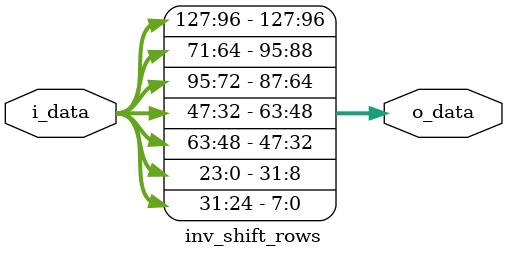
<source format=v>


module inv_shift_rows ( i_data, o_data );
  input [127:0] i_data;
  output [127:0] o_data;

  assign o_data[127] = i_data[127];
  assign o_data[126] = i_data[126];
  assign o_data[125] = i_data[125];
  assign o_data[124] = i_data[124];
  assign o_data[123] = i_data[123];
  assign o_data[122] = i_data[122];
  assign o_data[121] = i_data[121];
  assign o_data[120] = i_data[120];
  assign o_data[119] = i_data[119];
  assign o_data[118] = i_data[118];
  assign o_data[117] = i_data[117];
  assign o_data[116] = i_data[116];
  assign o_data[115] = i_data[115];
  assign o_data[114] = i_data[114];
  assign o_data[113] = i_data[113];
  assign o_data[112] = i_data[112];
  assign o_data[111] = i_data[111];
  assign o_data[110] = i_data[110];
  assign o_data[109] = i_data[109];
  assign o_data[108] = i_data[108];
  assign o_data[107] = i_data[107];
  assign o_data[106] = i_data[106];
  assign o_data[105] = i_data[105];
  assign o_data[104] = i_data[104];
  assign o_data[103] = i_data[103];
  assign o_data[102] = i_data[102];
  assign o_data[101] = i_data[101];
  assign o_data[100] = i_data[100];
  assign o_data[99] = i_data[99];
  assign o_data[98] = i_data[98];
  assign o_data[97] = i_data[97];
  assign o_data[96] = i_data[96];
  assign o_data[95] = i_data[71];
  assign o_data[94] = i_data[70];
  assign o_data[93] = i_data[69];
  assign o_data[92] = i_data[68];
  assign o_data[91] = i_data[67];
  assign o_data[90] = i_data[66];
  assign o_data[89] = i_data[65];
  assign o_data[88] = i_data[64];
  assign o_data[87] = i_data[95];
  assign o_data[86] = i_data[94];
  assign o_data[85] = i_data[93];
  assign o_data[84] = i_data[92];
  assign o_data[83] = i_data[91];
  assign o_data[82] = i_data[90];
  assign o_data[81] = i_data[89];
  assign o_data[80] = i_data[88];
  assign o_data[79] = i_data[87];
  assign o_data[78] = i_data[86];
  assign o_data[77] = i_data[85];
  assign o_data[76] = i_data[84];
  assign o_data[75] = i_data[83];
  assign o_data[74] = i_data[82];
  assign o_data[73] = i_data[81];
  assign o_data[72] = i_data[80];
  assign o_data[71] = i_data[79];
  assign o_data[70] = i_data[78];
  assign o_data[69] = i_data[77];
  assign o_data[68] = i_data[76];
  assign o_data[67] = i_data[75];
  assign o_data[66] = i_data[74];
  assign o_data[65] = i_data[73];
  assign o_data[64] = i_data[72];
  assign o_data[63] = i_data[47];
  assign o_data[62] = i_data[46];
  assign o_data[61] = i_data[45];
  assign o_data[60] = i_data[44];
  assign o_data[59] = i_data[43];
  assign o_data[58] = i_data[42];
  assign o_data[57] = i_data[41];
  assign o_data[56] = i_data[40];
  assign o_data[55] = i_data[39];
  assign o_data[54] = i_data[38];
  assign o_data[53] = i_data[37];
  assign o_data[52] = i_data[36];
  assign o_data[51] = i_data[35];
  assign o_data[50] = i_data[34];
  assign o_data[49] = i_data[33];
  assign o_data[48] = i_data[32];
  assign o_data[47] = i_data[63];
  assign o_data[46] = i_data[62];
  assign o_data[45] = i_data[61];
  assign o_data[44] = i_data[60];
  assign o_data[43] = i_data[59];
  assign o_data[42] = i_data[58];
  assign o_data[41] = i_data[57];
  assign o_data[40] = i_data[56];
  assign o_data[39] = i_data[55];
  assign o_data[38] = i_data[54];
  assign o_data[37] = i_data[53];
  assign o_data[36] = i_data[52];
  assign o_data[35] = i_data[51];
  assign o_data[34] = i_data[50];
  assign o_data[33] = i_data[49];
  assign o_data[32] = i_data[48];
  assign o_data[31] = i_data[23];
  assign o_data[30] = i_data[22];
  assign o_data[29] = i_data[21];
  assign o_data[28] = i_data[20];
  assign o_data[27] = i_data[19];
  assign o_data[26] = i_data[18];
  assign o_data[25] = i_data[17];
  assign o_data[24] = i_data[16];
  assign o_data[23] = i_data[15];
  assign o_data[22] = i_data[14];
  assign o_data[21] = i_data[13];
  assign o_data[20] = i_data[12];
  assign o_data[19] = i_data[11];
  assign o_data[18] = i_data[10];
  assign o_data[17] = i_data[9];
  assign o_data[16] = i_data[8];
  assign o_data[15] = i_data[7];
  assign o_data[14] = i_data[6];
  assign o_data[13] = i_data[5];
  assign o_data[12] = i_data[4];
  assign o_data[11] = i_data[3];
  assign o_data[10] = i_data[2];
  assign o_data[9] = i_data[1];
  assign o_data[8] = i_data[0];
  assign o_data[7] = i_data[31];
  assign o_data[6] = i_data[30];
  assign o_data[5] = i_data[29];
  assign o_data[4] = i_data[28];
  assign o_data[3] = i_data[27];
  assign o_data[2] = i_data[26];
  assign o_data[1] = i_data[25];
  assign o_data[0] = i_data[24];

endmodule


</source>
